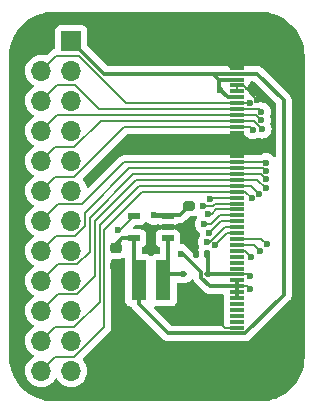
<source format=gbr>
%TF.GenerationSoftware,KiCad,Pcbnew,8.0.8*%
%TF.CreationDate,2025-04-16T08:52:23+10:00*%
%TF.ProjectId,display,64697370-6c61-4792-9e6b-696361645f70,rev?*%
%TF.SameCoordinates,Original*%
%TF.FileFunction,Copper,L1,Top*%
%TF.FilePolarity,Positive*%
%FSLAX46Y46*%
G04 Gerber Fmt 4.6, Leading zero omitted, Abs format (unit mm)*
G04 Created by KiCad (PCBNEW 8.0.8) date 2025-04-16 08:52:23*
%MOMM*%
%LPD*%
G01*
G04 APERTURE LIST*
G04 Aperture macros list*
%AMRoundRect*
0 Rectangle with rounded corners*
0 $1 Rounding radius*
0 $2 $3 $4 $5 $6 $7 $8 $9 X,Y pos of 4 corners*
0 Add a 4 corners polygon primitive as box body*
4,1,4,$2,$3,$4,$5,$6,$7,$8,$9,$2,$3,0*
0 Add four circle primitives for the rounded corners*
1,1,$1+$1,$2,$3*
1,1,$1+$1,$4,$5*
1,1,$1+$1,$6,$7*
1,1,$1+$1,$8,$9*
0 Add four rect primitives between the rounded corners*
20,1,$1+$1,$2,$3,$4,$5,0*
20,1,$1+$1,$4,$5,$6,$7,0*
20,1,$1+$1,$6,$7,$8,$9,0*
20,1,$1+$1,$8,$9,$2,$3,0*%
%AMFreePoly0*
4,1,14,0.800000,-1.200000,-0.787300,-1.200000,-0.791020,-1.208980,-0.800000,-1.212700,-1.600000,-1.212700,-1.608980,-1.208980,-1.612700,-1.200000,-1.612700,0.400000,-1.608980,0.408980,-1.600000,0.412700,-0.800000,0.412700,-0.800000,1.200000,0.800000,1.200000,0.800000,-1.200000,0.800000,-1.200000,$1*%
%AMFreePoly1*
4,1,14,0.800000,0.412700,1.600000,0.412700,1.608980,0.408980,1.612700,0.400000,1.612700,-1.200000,1.608980,-1.208980,1.600000,-1.212700,0.800000,-1.212700,0.791020,-1.208980,0.787300,-1.200000,-0.800000,-1.200000,-0.800000,1.200000,0.800000,1.200000,0.800000,0.412700,0.800000,0.412700,$1*%
G04 Aperture macros list end*
%TA.AperFunction,SMDPad,CuDef*%
%ADD10R,1.300000X3.400000*%
%TD*%
%TA.AperFunction,SMDPad,CuDef*%
%ADD11R,1.054100X0.508000*%
%TD*%
%TA.AperFunction,SMDPad,CuDef*%
%ADD12R,1.200000X0.300000*%
%TD*%
%TA.AperFunction,SMDPad,CuDef*%
%ADD13FreePoly0,90.000000*%
%TD*%
%TA.AperFunction,SMDPad,CuDef*%
%ADD14FreePoly1,90.000000*%
%TD*%
%TA.AperFunction,SMDPad,CuDef*%
%ADD15RoundRect,0.140000X0.140000X0.170000X-0.140000X0.170000X-0.140000X-0.170000X0.140000X-0.170000X0*%
%TD*%
%TA.AperFunction,SMDPad,CuDef*%
%ADD16RoundRect,0.112500X0.187500X0.112500X-0.187500X0.112500X-0.187500X-0.112500X0.187500X-0.112500X0*%
%TD*%
%TA.AperFunction,SMDPad,CuDef*%
%ADD17RoundRect,0.200000X0.275000X-0.200000X0.275000X0.200000X-0.275000X0.200000X-0.275000X-0.200000X0*%
%TD*%
%TA.AperFunction,SMDPad,CuDef*%
%ADD18RoundRect,0.225000X-0.250000X0.225000X-0.250000X-0.225000X0.250000X-0.225000X0.250000X0.225000X0*%
%TD*%
%TA.AperFunction,ComponentPad*%
%ADD19R,1.700000X1.700000*%
%TD*%
%TA.AperFunction,ComponentPad*%
%ADD20O,1.700000X1.700000*%
%TD*%
%TA.AperFunction,ViaPad*%
%ADD21C,0.600000*%
%TD*%
%TA.AperFunction,Conductor*%
%ADD22C,0.200000*%
%TD*%
%TA.AperFunction,Conductor*%
%ADD23C,0.300000*%
%TD*%
G04 APERTURE END LIST*
D10*
%TO.P,L1,1,1*%
%TO.N,+3.3V*%
X63700000Y-62250000D03*
%TO.P,L1,2,2*%
%TO.N,Net-(D1-A)*%
X65800000Y-62250000D03*
%TD*%
D11*
%TO.P,U1,1,SW*%
%TO.N,Net-(D1-A)*%
X66178750Y-58700001D03*
%TO.P,U1,2,GND*%
%TO.N,GND*%
X66178750Y-57750000D03*
%TO.P,U1,3,VFB*%
%TO.N,DISP_LEDK*%
X66178750Y-56799999D03*
%TO.P,U1,4,EN*%
%TO.N,DISP_BL*%
X63321250Y-56799999D03*
%TO.P,U1,5,VIN*%
%TO.N,+3.3V*%
X63321250Y-58700001D03*
%TD*%
D12*
%TO.P,J1,1,GND*%
%TO.N,GND*%
X72000000Y-44250020D03*
%TO.P,J1,2,VCI*%
%TO.N,+3.3V*%
X72000000Y-44750020D03*
%TO.P,J1,3,IOVCC*%
X72000000Y-45250020D03*
%TO.P,J1,4,IM2*%
%TO.N,GND*%
X72000000Y-45750000D03*
%TO.P,J1,5,IM1*%
X72000000Y-46250000D03*
%TO.P,J1,6,IM0*%
%TO.N,+3.3V*%
X72000000Y-46750000D03*
%TO.P,J1,7,RESET*%
%TO.N,DISP_RES*%
X72000000Y-47250000D03*
%TO.P,J1,8,CS*%
%TO.N,DISP_CS*%
X72000000Y-47750000D03*
%TO.P,J1,9,DC*%
%TO.N,DISP_DC*%
X72000000Y-48250000D03*
%TO.P,J1,10,WR*%
%TO.N,DISP_WR*%
X72000000Y-48750000D03*
%TO.P,J1,11,RD*%
%TO.N,DISP_RD*%
X72000000Y-49250000D03*
%TO.P,J1,12,VSYNC*%
%TO.N,GND*%
X72000000Y-49750000D03*
%TO.P,J1,13,HSYNC*%
X72000000Y-50250000D03*
%TO.P,J1,14,ENABLE*%
X72000000Y-50750000D03*
%TO.P,J1,15,DOTCLK*%
X72000000Y-51250000D03*
%TO.P,J1,16,SDA*%
X72000000Y-51750000D03*
%TO.P,J1,17,DB0*%
%TO.N,DISP_DB0*%
X72000000Y-52250000D03*
%TO.P,J1,18,DB1*%
%TO.N,DISP_DB1*%
X72000000Y-52750000D03*
%TO.P,J1,19,DB2*%
%TO.N,DISP_DB2*%
X72000000Y-53250000D03*
%TO.P,J1,20,DB3*%
%TO.N,DISP_DB3*%
X72000000Y-53750000D03*
%TO.P,J1,21,DB4*%
%TO.N,DISP_DB4*%
X72000000Y-54250000D03*
%TO.P,J1,22,DB5*%
%TO.N,DISP_DB5*%
X72000000Y-54749998D03*
%TO.P,J1,23,DB6*%
%TO.N,DISP_DB6*%
X72000000Y-55249998D03*
%TO.P,J1,24,DB7*%
%TO.N,DISP_DB7*%
X72000000Y-55749998D03*
%TO.P,J1,25,DB8*%
%TO.N,DISP_DB8*%
X72000000Y-56249998D03*
%TO.P,J1,26,DB9*%
%TO.N,DISP_DB9*%
X72000000Y-56750000D03*
%TO.P,J1,27,DB10*%
%TO.N,DISP_DB10*%
X72000000Y-57250000D03*
%TO.P,J1,28,DB11*%
%TO.N,DISP_DB11*%
X72000000Y-57750000D03*
%TO.P,J1,29,DB12*%
%TO.N,DISP_DB12*%
X72000000Y-58250000D03*
%TO.P,J1,30,DB13*%
%TO.N,DISP_DB13*%
X72000000Y-58750000D03*
%TO.P,J1,31,DB14*%
%TO.N,DISP_DB14*%
X72000000Y-59250000D03*
%TO.P,J1,32,DB15*%
%TO.N,DISP_DB15*%
X72000000Y-59750000D03*
%TO.P,J1,33,DB16*%
%TO.N,unconnected-(J1-DB16-Pad33)*%
X72000000Y-60250000D03*
%TO.P,J1,34,DB17*%
%TO.N,unconnected-(J1-DB17-Pad34)*%
X72000000Y-60750000D03*
%TO.P,J1,35,SDO*%
%TO.N,unconnected-(J1-SDO-Pad35)*%
X72000000Y-61250000D03*
%TO.P,J1,36,LEDA*%
%TO.N,DISP_LEDA*%
X72000000Y-61750000D03*
%TO.P,J1,37,LEDK1*%
%TO.N,DISP_LEDK*%
X72000000Y-62250000D03*
%TO.P,J1,38,LEDK2*%
X72000000Y-62750000D03*
%TO.P,J1,39,LEDK3*%
X72000000Y-63250000D03*
%TO.P,J1,40,LEDK4*%
X72000000Y-63750000D03*
%TO.P,J1,41,XR(NC)*%
%TO.N,unconnected-(J1-XR(NC)-Pad41)*%
X72000000Y-64250000D03*
%TO.P,J1,42,YU(NC)*%
%TO.N,unconnected-(J1-YU(NC)-Pad42)*%
X72000000Y-64750000D03*
%TO.P,J1,43,XL(NC)*%
%TO.N,unconnected-(J1-XL(NC)-Pad43)*%
X72000000Y-65250000D03*
%TO.P,J1,44,YD(NC)*%
%TO.N,unconnected-(J1-YD(NC)-Pad44)*%
X72000000Y-65750020D03*
%TO.P,J1,45,GND*%
%TO.N,GND*%
X72000000Y-66250020D03*
D13*
%TO.P,J1,P1*%
X74699590Y-67950020D03*
D14*
%TO.P,J1,P2*%
X74697990Y-42550020D03*
%TD*%
D15*
%TO.P,C2,1*%
%TO.N,DISP_LEDA*%
X69480000Y-60000000D03*
%TO.P,C2,2*%
%TO.N,GND*%
X68520000Y-60000000D03*
%TD*%
D16*
%TO.P,D1,1,K*%
%TO.N,DISP_LEDA*%
X69550000Y-61750000D03*
%TO.P,D1,2,A*%
%TO.N,Net-(D1-A)*%
X67450000Y-61750000D03*
%TD*%
D17*
%TO.P,R1,1*%
%TO.N,GND*%
X68000000Y-57575000D03*
%TO.P,R1,2*%
%TO.N,DISP_LEDK*%
X68000000Y-55925000D03*
%TD*%
D18*
%TO.P,C1,1*%
%TO.N,+3.3V*%
X61750000Y-59475000D03*
%TO.P,C1,2*%
%TO.N,GND*%
X61750000Y-61025000D03*
%TD*%
D19*
%TO.P,J3,1,Pin_1*%
%TO.N,+3.3V*%
X58000000Y-41970000D03*
D20*
%TO.P,J3,2,Pin_2*%
%TO.N,GND*%
X55460000Y-41970000D03*
%TO.P,J3,3,Pin_3*%
%TO.N,DISP_DB6*%
X58000000Y-44510000D03*
%TO.P,J3,4,Pin_4*%
%TO.N,DISP_RES*%
X55460000Y-44510000D03*
%TO.P,J3,5,Pin_5*%
%TO.N,DISP_DB7*%
X58000000Y-47050000D03*
%TO.P,J3,6,Pin_6*%
%TO.N,DISP_CS*%
X55460000Y-47050000D03*
%TO.P,J3,7,Pin_7*%
%TO.N,DISP_DB8*%
X58000000Y-49590000D03*
%TO.P,J3,8,Pin_8*%
%TO.N,DISP_DC*%
X55460000Y-49590000D03*
%TO.P,J3,9,Pin_9*%
%TO.N,DISP_DB9*%
X58000000Y-52130000D03*
%TO.P,J3,10,Pin_10*%
%TO.N,DISP_WR*%
X55460000Y-52130000D03*
%TO.P,J3,11,Pin_11*%
%TO.N,DISP_DB10*%
X58000000Y-54670000D03*
%TO.P,J3,12,Pin_12*%
%TO.N,DISP_RD*%
X55460000Y-54670000D03*
%TO.P,J3,13,Pin_13*%
%TO.N,DISP_DB11*%
X58000000Y-57210000D03*
%TO.P,J3,14,Pin_14*%
%TO.N,DISP_DB0*%
X55460000Y-57210000D03*
%TO.P,J3,15,Pin_15*%
%TO.N,DISP_DB12*%
X58000000Y-59750000D03*
%TO.P,J3,16,Pin_16*%
%TO.N,DISP_DB1*%
X55460000Y-59750000D03*
%TO.P,J3,17,Pin_17*%
%TO.N,DISP_DB13*%
X58000000Y-62290000D03*
%TO.P,J3,18,Pin_18*%
%TO.N,DISP_DB2*%
X55460000Y-62290000D03*
%TO.P,J3,19,Pin_19*%
%TO.N,DISP_DB14*%
X58000000Y-64830000D03*
%TO.P,J3,20,Pin_20*%
%TO.N,DISP_DB3*%
X55460000Y-64830000D03*
%TO.P,J3,21,Pin_21*%
%TO.N,DISP_DB15*%
X58000000Y-67370000D03*
%TO.P,J3,22,Pin_22*%
%TO.N,DISP_DB4*%
X55460000Y-67370000D03*
%TO.P,J3,23,Pin_23*%
%TO.N,DISP_BL*%
X58000000Y-69910000D03*
%TO.P,J3,24,Pin_24*%
%TO.N,DISP_DB5*%
X55460000Y-69910000D03*
%TD*%
D21*
%TO.N,GND*%
X70500000Y-43250000D03*
X64750000Y-59000000D03*
X68750000Y-50750000D03*
X73750000Y-47000000D03*
X70250000Y-65500000D03*
X62000000Y-62250000D03*
%TO.N,+3.3V*%
X70600010Y-46099990D03*
%TO.N,DISP_LEDA*%
X73100000Y-61900000D03*
%TO.N,DISP_LEDK*%
X73100000Y-63000000D03*
X67250000Y-60000000D03*
X65000000Y-56750000D03*
%TO.N,DISP_RES*%
X73096164Y-47250000D03*
%TO.N,DISP_DB3*%
X74446610Y-54462712D03*
%TO.N,DISP_DB10*%
X69673020Y-58218931D03*
%TO.N,DISP_WR*%
X74150000Y-49450000D03*
%TO.N,DISP_DB2*%
X74500000Y-53700000D03*
%TO.N,DISP_DB12*%
X70164277Y-59292831D03*
%TO.N,DISP_DB9*%
X69250000Y-57500000D03*
%TO.N,DISP_CS*%
X74107108Y-47992892D03*
%TO.N,DISP_DB4*%
X73900000Y-54900000D03*
%TO.N,DISP_DB5*%
X73300000Y-55300000D03*
%TO.N,DISP_DB6*%
X69750000Y-55349978D03*
%TO.N,DISP_DB11*%
X69500000Y-59000000D03*
%TO.N,DISP_DB14*%
X73950184Y-59750000D03*
%TO.N,DISP_DB8*%
X69549060Y-56628540D03*
%TO.N,DISP_DB1*%
X74503554Y-52996446D03*
%TO.N,DISP_DB15*%
X73250000Y-60250000D03*
%TO.N,DISP_DB7*%
X69125317Y-55949978D03*
%TO.N,DISP_DC*%
X74103554Y-48696446D03*
%TO.N,DISP_RD*%
X73400000Y-49500000D03*
%TO.N,DISP_DB0*%
X74499383Y-52296456D03*
%TO.N,DISP_DB13*%
X74542048Y-59211762D03*
%TO.N,DISP_BL*%
X62000000Y-58000000D03*
%TD*%
D22*
%TO.N,GND*%
X72000000Y-44250000D02*
X71500000Y-44250000D01*
X72499980Y-45749980D02*
X73750000Y-47000000D01*
X72000000Y-45749980D02*
X72499980Y-45749980D01*
X72000000Y-66250000D02*
X71000000Y-66250000D01*
X72000000Y-51749980D02*
X72000000Y-49749980D01*
X72000000Y-45749980D02*
X72000000Y-46249980D01*
X71000000Y-66250000D02*
X70250000Y-65500000D01*
X71500000Y-44250000D02*
X70500000Y-43250000D01*
D23*
%TO.N,+3.3V*%
X71250000Y-46749980D02*
X70600010Y-46099990D01*
X76000000Y-63500000D02*
X76000000Y-47000000D01*
X66200000Y-66750000D02*
X72750000Y-66750000D01*
X70499980Y-45249980D02*
X72002010Y-45249980D01*
X72750000Y-66750000D02*
X76000000Y-63500000D01*
X73749980Y-44750020D02*
X72000000Y-44750020D01*
X69750000Y-44750000D02*
X70000000Y-44750000D01*
X76000000Y-47000000D02*
X73750000Y-44750000D01*
X63321250Y-58700001D02*
X63321250Y-61871250D01*
X63321250Y-58700001D02*
X62274999Y-58700001D01*
X72002010Y-44750000D02*
X69750000Y-44750000D01*
X70000000Y-44750000D02*
X70499980Y-45249980D01*
X63700000Y-64250000D02*
X66200000Y-66750000D01*
X62274999Y-58700001D02*
X61500000Y-59475000D01*
X60780000Y-44750000D02*
X58000000Y-41970000D01*
X63321250Y-61871250D02*
X63700000Y-62250000D01*
X73750000Y-44750000D02*
X73749980Y-44750020D01*
X69750000Y-44750000D02*
X60780000Y-44750000D01*
X63700000Y-62250000D02*
X63700000Y-64250000D01*
X70600010Y-46099990D02*
X70499980Y-45999960D01*
X70499980Y-45999960D02*
X70499980Y-45249980D01*
X72002010Y-46749980D02*
X71250000Y-46749980D01*
D22*
%TO.N,DISP_LEDA*%
X72000000Y-61750000D02*
X72950000Y-61750000D01*
D23*
X69550000Y-61750000D02*
X72001990Y-61750000D01*
D22*
X72950000Y-61750000D02*
X73100000Y-61900000D01*
D23*
X69550000Y-61750000D02*
X69550000Y-60070000D01*
X69550000Y-60070000D02*
X69480000Y-60000000D01*
%TO.N,DISP_LEDK*%
X67250000Y-60000000D02*
X67421404Y-60000000D01*
X65000000Y-56750000D02*
X65049999Y-56799999D01*
X67421404Y-60000000D02*
X69000000Y-61578596D01*
D22*
X72850000Y-62750000D02*
X73100000Y-63000000D01*
D23*
X67175000Y-56750000D02*
X68000000Y-55925000D01*
X65049999Y-56799999D02*
X66178750Y-56799999D01*
X69734210Y-62749980D02*
X72002010Y-62749980D01*
X69000000Y-61578596D02*
X69000000Y-62015770D01*
X72002010Y-63749980D02*
X72002010Y-62250000D01*
X65000000Y-56750000D02*
X67175000Y-56750000D01*
X69000000Y-62015770D02*
X69734210Y-62749980D01*
D22*
X72000000Y-62750000D02*
X72850000Y-62750000D01*
%TO.N,DISP_RES*%
X56720000Y-43250000D02*
X55460000Y-44510000D01*
X72000000Y-47250000D02*
X73096164Y-47250000D01*
X72002010Y-47249980D02*
X62643584Y-47249980D01*
X58643604Y-43250000D02*
X56720000Y-43250000D01*
X62643584Y-47249980D02*
X58643604Y-43250000D01*
%TO.N,DISP_DB3*%
X55460000Y-64830000D02*
X56850000Y-63440000D01*
X56850000Y-63440000D02*
X58476346Y-63440000D01*
X72000000Y-53750000D02*
X73733898Y-53750000D01*
X58476346Y-63440000D02*
X60000000Y-61916346D01*
X60000000Y-61916346D02*
X60000000Y-57250000D01*
X73733898Y-53750000D02*
X74446610Y-54462712D01*
X60000000Y-57250000D02*
X63500020Y-53749980D01*
X63500020Y-53749980D02*
X72002010Y-53749980D01*
%TO.N,DISP_DB10*%
X70641971Y-57249980D02*
X72002010Y-57249980D01*
X69673020Y-58218931D02*
X70641971Y-57249980D01*
%TO.N,DISP_WR*%
X56610000Y-50980000D02*
X55460000Y-52130000D01*
X72002010Y-48749980D02*
X60500020Y-48749980D01*
X74150000Y-49450000D02*
X73450000Y-48750000D01*
X73450000Y-48750000D02*
X72000000Y-48750000D01*
X58270000Y-50980000D02*
X56610000Y-50980000D01*
X60500020Y-48749980D02*
X58270000Y-50980000D01*
%TO.N,DISP_DB2*%
X59550000Y-56950000D02*
X63250020Y-53249980D01*
X59550000Y-59826346D02*
X59550000Y-56950000D01*
X56850000Y-60900000D02*
X58476346Y-60900000D01*
X63250020Y-53249980D02*
X72002010Y-53249980D01*
X74050000Y-53250000D02*
X74500000Y-53700000D01*
X58476346Y-60900000D02*
X59550000Y-59826346D01*
X72000000Y-53250000D02*
X74050000Y-53250000D01*
X55460000Y-62290000D02*
X56850000Y-60900000D01*
%TO.N,DISP_DB12*%
X70164277Y-59292831D02*
X70164277Y-59235703D01*
X70164277Y-59235703D02*
X71150000Y-58249980D01*
X71150000Y-58249980D02*
X72002010Y-58249980D01*
%TO.N,DISP_DB9*%
X70576285Y-56749980D02*
X72000000Y-56749980D01*
X69826265Y-57500000D02*
X70576285Y-56749980D01*
X69250000Y-57500000D02*
X69826265Y-57500000D01*
%TO.N,DISP_CS*%
X73864216Y-47750000D02*
X72000000Y-47750000D01*
X60326326Y-47749980D02*
X58326346Y-45750000D01*
X72002010Y-47749980D02*
X60326326Y-47749980D01*
X56760000Y-45750000D02*
X55460000Y-47050000D01*
X58326346Y-45750000D02*
X56760000Y-45750000D01*
X74107108Y-47992892D02*
X73864216Y-47750000D01*
%TO.N,DISP_DB4*%
X72000000Y-54250000D02*
X73250000Y-54250000D01*
X73250000Y-54250000D02*
X73900000Y-54900000D01*
X60400000Y-57600000D02*
X63750020Y-54249980D01*
X55460000Y-67370000D02*
X56610000Y-66220000D01*
X60400000Y-64056346D02*
X60400000Y-57600000D01*
X56610000Y-66220000D02*
X58236346Y-66220000D01*
X58236346Y-66220000D02*
X60400000Y-64056346D01*
X63750020Y-54249980D02*
X72002010Y-54249980D01*
%TO.N,DISP_DB5*%
X55460000Y-69910000D02*
X56610000Y-68760000D01*
X58240000Y-68760000D02*
X60800000Y-66200000D01*
X64000022Y-54749978D02*
X72002010Y-54749978D01*
X60800000Y-57950000D02*
X64000022Y-54749978D01*
X60800000Y-66200000D02*
X60800000Y-57950000D01*
X72749998Y-54749998D02*
X73300000Y-55300000D01*
X56610000Y-68760000D02*
X58240000Y-68760000D01*
X72000000Y-54749998D02*
X72749998Y-54749998D01*
%TO.N,DISP_DB6*%
X69850000Y-55249978D02*
X72002010Y-55249978D01*
X69750000Y-55349978D02*
X69850000Y-55249978D01*
%TO.N,DISP_DB11*%
X71000020Y-57749980D02*
X72002010Y-57749980D01*
X69750000Y-59000000D02*
X71000020Y-57749980D01*
X69500000Y-59000000D02*
X69750000Y-59000000D01*
%TO.N,DISP_DB14*%
X73950184Y-59750000D02*
X73450164Y-59249980D01*
X73450164Y-59249980D02*
X72002010Y-59249980D01*
%TO.N,DISP_DB8*%
X69885653Y-56628540D02*
X70264215Y-56249978D01*
X69549060Y-56628540D02*
X69885653Y-56628540D01*
X70264215Y-56249978D02*
X72002010Y-56249978D01*
%TO.N,DISP_DB1*%
X59150000Y-56518173D02*
X59150000Y-57686346D01*
X62918193Y-52749980D02*
X59150000Y-56518173D01*
X59150000Y-57686346D02*
X58336346Y-58500000D01*
X72002010Y-52749980D02*
X62918193Y-52749980D01*
X72000000Y-52750000D02*
X74257108Y-52750000D01*
X56710000Y-58500000D02*
X55460000Y-59750000D01*
X58336346Y-58500000D02*
X56710000Y-58500000D01*
X74257108Y-52750000D02*
X74503554Y-52996446D01*
%TO.N,DISP_DB15*%
X72749980Y-59749980D02*
X72002010Y-59749980D01*
X73250000Y-60250000D02*
X72749980Y-59749980D01*
%TO.N,DISP_DB7*%
X69125317Y-55949978D02*
X69998529Y-55949978D01*
X69998529Y-55949978D02*
X70198529Y-55749978D01*
X70198529Y-55749978D02*
X72002010Y-55749978D01*
%TO.N,DISP_DC*%
X56800020Y-48249980D02*
X55460000Y-49590000D01*
X73657108Y-48250000D02*
X72000000Y-48250000D01*
X74103554Y-48696446D02*
X73657108Y-48250000D01*
X72002010Y-48249980D02*
X56800020Y-48249980D01*
%TO.N,DISP_RD*%
X73400000Y-49500000D02*
X73150000Y-49250000D01*
X58256346Y-53500000D02*
X56630000Y-53500000D01*
X72002010Y-49249980D02*
X62506366Y-49249980D01*
X56630000Y-53500000D02*
X55460000Y-54670000D01*
X73150000Y-49250000D02*
X72000000Y-49250000D01*
X62506366Y-49249980D02*
X58256346Y-53500000D01*
%TO.N,DISP_DB0*%
X72000000Y-52250000D02*
X74452927Y-52250000D01*
X56850000Y-55820000D02*
X58930000Y-55820000D01*
X62500020Y-52249980D02*
X72002010Y-52249980D01*
X74452927Y-52250000D02*
X74499383Y-52296456D01*
X55460000Y-57210000D02*
X56850000Y-55820000D01*
X58930000Y-55820000D02*
X62500020Y-52249980D01*
%TO.N,DISP_DB13*%
X74080266Y-58749980D02*
X72002010Y-58749980D01*
X74542048Y-59211762D02*
X74080266Y-58749980D01*
%TO.N,DISP_BL*%
X62121249Y-58000000D02*
X63321250Y-56799999D01*
X62000000Y-58000000D02*
X62121249Y-58000000D01*
D23*
%TO.N,Net-(D1-A)*%
X66300000Y-61750000D02*
X65800000Y-62250000D01*
X66178750Y-58700001D02*
X66178750Y-61871250D01*
X66178750Y-61871250D02*
X65800000Y-62250000D01*
X67450000Y-61750000D02*
X66300000Y-61750000D01*
%TD*%
%TA.AperFunction,Conductor*%
%TO.N,GND*%
G36*
X68338790Y-62159165D02*
G01*
X68375684Y-62208376D01*
X68423533Y-62323895D01*
X68441454Y-62350715D01*
X68494132Y-62429555D01*
X68494726Y-62430443D01*
X69319538Y-63255255D01*
X69319541Y-63255257D01*
X69372287Y-63290500D01*
X69426083Y-63326445D01*
X69544466Y-63375481D01*
X69544470Y-63375481D01*
X69544471Y-63375482D01*
X69670138Y-63400480D01*
X69670141Y-63400480D01*
X69798279Y-63400480D01*
X70777757Y-63400480D01*
X70844796Y-63420165D01*
X70890551Y-63472969D01*
X70901047Y-63537732D01*
X70899500Y-63552120D01*
X70899500Y-63947869D01*
X70899501Y-63947878D01*
X70903679Y-63986745D01*
X70903679Y-64013250D01*
X70899500Y-64052122D01*
X70899500Y-64447869D01*
X70899501Y-64447878D01*
X70903679Y-64486745D01*
X70903679Y-64513250D01*
X70899500Y-64552122D01*
X70899500Y-64947869D01*
X70899501Y-64947878D01*
X70903679Y-64986745D01*
X70903679Y-65013250D01*
X70899500Y-65052122D01*
X70899500Y-65447869D01*
X70899501Y-65447880D01*
X70903680Y-65486756D01*
X70903680Y-65513260D01*
X70899500Y-65552142D01*
X70899500Y-65947890D01*
X70899501Y-65947894D01*
X70901044Y-65962246D01*
X70888637Y-66031006D01*
X70841026Y-66082143D01*
X70777754Y-66099500D01*
X66520808Y-66099500D01*
X66453769Y-66079815D01*
X66433127Y-66063181D01*
X65032126Y-64662180D01*
X64998641Y-64600857D01*
X65003625Y-64531165D01*
X65045497Y-64475232D01*
X65110961Y-64450815D01*
X65119779Y-64450499D01*
X66497872Y-64450499D01*
X66557483Y-64444091D01*
X66692331Y-64393796D01*
X66807546Y-64307546D01*
X66893796Y-64192331D01*
X66944091Y-64057483D01*
X66950500Y-63997873D01*
X66950500Y-62575354D01*
X66970185Y-62508315D01*
X67022989Y-62462560D01*
X67092147Y-62452616D01*
X67109094Y-62456277D01*
X67165844Y-62472765D01*
X67200595Y-62475500D01*
X67699404Y-62475499D01*
X67734156Y-62472765D01*
X67882887Y-62429555D01*
X68016198Y-62350715D01*
X68125715Y-62241198D01*
X68154391Y-62192708D01*
X68205458Y-62145025D01*
X68274200Y-62132520D01*
X68338790Y-62159165D01*
G37*
%TD.AperFunction*%
%TA.AperFunction,Conductor*%
G36*
X68627327Y-56824858D02*
G01*
X68657395Y-56887927D01*
X68648593Y-56957240D01*
X68622652Y-56995269D01*
X68620187Y-56997733D01*
X68620184Y-56997737D01*
X68524211Y-57150476D01*
X68464631Y-57320745D01*
X68464630Y-57320750D01*
X68444435Y-57499996D01*
X68444435Y-57500003D01*
X68464630Y-57679249D01*
X68464631Y-57679254D01*
X68524211Y-57849523D01*
X68584519Y-57945502D01*
X68620184Y-58002262D01*
X68747738Y-58129816D01*
X68815207Y-58172210D01*
X68861498Y-58224543D01*
X68872455Y-58263319D01*
X68887650Y-58398182D01*
X68888234Y-58400736D01*
X68888130Y-58402434D01*
X68888431Y-58405105D01*
X68887963Y-58405157D01*
X68883965Y-58470475D01*
X68872339Y-58494308D01*
X68774211Y-58650476D01*
X68714631Y-58820745D01*
X68714630Y-58820750D01*
X68694435Y-58999996D01*
X68694435Y-59000003D01*
X68714630Y-59179249D01*
X68714631Y-59179254D01*
X68774212Y-59349525D01*
X68788497Y-59372260D01*
X68807497Y-59439497D01*
X68790236Y-59501351D01*
X68747504Y-59573608D01*
X68747504Y-59573609D01*
X68702357Y-59729002D01*
X68702356Y-59729008D01*
X68699500Y-59765302D01*
X68699500Y-60058788D01*
X68679815Y-60125827D01*
X68627011Y-60171582D01*
X68557853Y-60181526D01*
X68494297Y-60152501D01*
X68487819Y-60146469D01*
X67958552Y-59617202D01*
X67941239Y-59595493D01*
X67879816Y-59497738D01*
X67752262Y-59370184D01*
X67599523Y-59274211D01*
X67429254Y-59214631D01*
X67429250Y-59214630D01*
X67308960Y-59201077D01*
X67244546Y-59174010D01*
X67204991Y-59116415D01*
X67199555Y-59064600D01*
X67199889Y-59061487D01*
X67199891Y-59061484D01*
X67206300Y-59001874D01*
X67206299Y-58398129D01*
X67199891Y-58338518D01*
X67174134Y-58269461D01*
X67149597Y-58203672D01*
X67149593Y-58203665D01*
X67063347Y-58088456D01*
X67063344Y-58088453D01*
X66948135Y-58002207D01*
X66948128Y-58002203D01*
X66813282Y-57951909D01*
X66813283Y-57951909D01*
X66753683Y-57945502D01*
X66753681Y-57945501D01*
X66753673Y-57945501D01*
X66753664Y-57945501D01*
X65603829Y-57945501D01*
X65603823Y-57945502D01*
X65544216Y-57951909D01*
X65409371Y-58002203D01*
X65409364Y-58002207D01*
X65294155Y-58088453D01*
X65294152Y-58088456D01*
X65207906Y-58203665D01*
X65207902Y-58203672D01*
X65157610Y-58338514D01*
X65157609Y-58338518D01*
X65151200Y-58398128D01*
X65151200Y-58398135D01*
X65151200Y-58398136D01*
X65151200Y-59001871D01*
X65151201Y-59001877D01*
X65157608Y-59061484D01*
X65207902Y-59196329D01*
X65207906Y-59196336D01*
X65294152Y-59311545D01*
X65294155Y-59311548D01*
X65409366Y-59397795D01*
X65409367Y-59397795D01*
X65409369Y-59397797D01*
X65447583Y-59412049D01*
X65503515Y-59453918D01*
X65527934Y-59519382D01*
X65528250Y-59528231D01*
X65528250Y-59925500D01*
X65508565Y-59992539D01*
X65455761Y-60038294D01*
X65404250Y-60049500D01*
X65102130Y-60049500D01*
X65102123Y-60049501D01*
X65042516Y-60055908D01*
X64907671Y-60106202D01*
X64907669Y-60106203D01*
X64824311Y-60168606D01*
X64758847Y-60193023D01*
X64690574Y-60178172D01*
X64675689Y-60168606D01*
X64592330Y-60106203D01*
X64592328Y-60106202D01*
X64457482Y-60055908D01*
X64457483Y-60055908D01*
X64397883Y-60049501D01*
X64397881Y-60049500D01*
X64397873Y-60049500D01*
X64397865Y-60049500D01*
X64095750Y-60049500D01*
X64028711Y-60029815D01*
X63982956Y-59977011D01*
X63971750Y-59925500D01*
X63971750Y-59528231D01*
X63991435Y-59461192D01*
X64044239Y-59415437D01*
X64052396Y-59412057D01*
X64090631Y-59397797D01*
X64205846Y-59311547D01*
X64292096Y-59196332D01*
X64342391Y-59061484D01*
X64348800Y-59001874D01*
X64348799Y-58398129D01*
X64342391Y-58338518D01*
X64316634Y-58269461D01*
X64292097Y-58203672D01*
X64292093Y-58203665D01*
X64205847Y-58088456D01*
X64205844Y-58088453D01*
X64090635Y-58002207D01*
X64090628Y-58002203D01*
X63955782Y-57951909D01*
X63955783Y-57951909D01*
X63896183Y-57945502D01*
X63896181Y-57945501D01*
X63896173Y-57945501D01*
X63896165Y-57945501D01*
X63324345Y-57945501D01*
X63257306Y-57925816D01*
X63211551Y-57873012D01*
X63201607Y-57803854D01*
X63230632Y-57740298D01*
X63236664Y-57733820D01*
X63379667Y-57590817D01*
X63440990Y-57557332D01*
X63467348Y-57554498D01*
X63896171Y-57554498D01*
X63896172Y-57554498D01*
X63955783Y-57548090D01*
X64090631Y-57497795D01*
X64205846Y-57411545D01*
X64258635Y-57341026D01*
X64314567Y-57299158D01*
X64384258Y-57294174D01*
X64445581Y-57327659D01*
X64497738Y-57379816D01*
X64548238Y-57411547D01*
X64633921Y-57465386D01*
X64650478Y-57475789D01*
X64719678Y-57500003D01*
X64820745Y-57535368D01*
X64820750Y-57535369D01*
X64999996Y-57555565D01*
X65000000Y-57555565D01*
X65000004Y-57555565D01*
X65179249Y-57535369D01*
X65179251Y-57535368D01*
X65179255Y-57535368D01*
X65179258Y-57535366D01*
X65179262Y-57535366D01*
X65309418Y-57489822D01*
X65379196Y-57486259D01*
X65403367Y-57495557D01*
X65544217Y-57548090D01*
X65544216Y-57548090D01*
X65551144Y-57548834D01*
X65603827Y-57554499D01*
X66753672Y-57554498D01*
X66813283Y-57548090D01*
X66948131Y-57497795D01*
X67045061Y-57425232D01*
X67110525Y-57400816D01*
X67119372Y-57400500D01*
X67239071Y-57400500D01*
X67323615Y-57383682D01*
X67364744Y-57375501D01*
X67483127Y-57326465D01*
X67508432Y-57309557D01*
X67523996Y-57299158D01*
X67535511Y-57291463D01*
X67589669Y-57255277D01*
X67983127Y-56861819D01*
X68044450Y-56828334D01*
X68070808Y-56825500D01*
X68331613Y-56825500D01*
X68331616Y-56825500D01*
X68402196Y-56819086D01*
X68498076Y-56789208D01*
X68567935Y-56788057D01*
X68627327Y-56824858D01*
G37*
%TD.AperFunction*%
%TA.AperFunction,Conductor*%
G36*
X73496251Y-45420205D02*
G01*
X73516893Y-45436839D01*
X75313181Y-47233127D01*
X75346666Y-47294450D01*
X75349500Y-47320808D01*
X75349500Y-51716071D01*
X75329815Y-51783110D01*
X75277011Y-51828865D01*
X75207853Y-51838809D01*
X75144297Y-51809784D01*
X75132474Y-51797469D01*
X75001645Y-51666640D01*
X74848906Y-51570667D01*
X74678637Y-51511087D01*
X74678632Y-51511086D01*
X74499387Y-51490891D01*
X74499379Y-51490891D01*
X74320133Y-51511086D01*
X74320128Y-51511087D01*
X74149859Y-51570667D01*
X74054647Y-51630494D01*
X73988675Y-51649500D01*
X72846729Y-51649500D01*
X72803396Y-51641682D01*
X72707482Y-51605908D01*
X72707483Y-51605908D01*
X72647883Y-51599501D01*
X72647881Y-51599500D01*
X72647873Y-51599500D01*
X72647864Y-51599500D01*
X71352129Y-51599500D01*
X71352123Y-51599501D01*
X71292516Y-51605908D01*
X71196658Y-51641662D01*
X71153325Y-51649480D01*
X62586690Y-51649480D01*
X62586674Y-51649479D01*
X62579078Y-51649479D01*
X62420963Y-51649479D01*
X62356919Y-51666640D01*
X62268234Y-51690403D01*
X62268229Y-51690406D01*
X62131310Y-51769455D01*
X62131302Y-51769461D01*
X59514638Y-54386125D01*
X59453315Y-54419610D01*
X59383623Y-54414626D01*
X59327690Y-54372754D01*
X59307182Y-54330537D01*
X59273905Y-54206344D01*
X59273904Y-54206343D01*
X59273903Y-54206337D01*
X59174035Y-53992171D01*
X59038495Y-53798599D01*
X59038494Y-53798597D01*
X59010419Y-53770522D01*
X58976934Y-53709199D01*
X58981918Y-53639507D01*
X59010417Y-53595162D01*
X62718782Y-49886799D01*
X62780105Y-49853314D01*
X62806463Y-49850480D01*
X71153218Y-49850480D01*
X71196551Y-49858298D01*
X71292517Y-49894091D01*
X71292516Y-49894091D01*
X71299444Y-49894835D01*
X71352127Y-49900500D01*
X72637709Y-49900499D01*
X72704748Y-49920184D01*
X72742703Y-49958527D01*
X72770184Y-50002262D01*
X72897738Y-50129816D01*
X73050478Y-50225789D01*
X73170636Y-50267834D01*
X73220745Y-50285368D01*
X73220750Y-50285369D01*
X73399996Y-50305565D01*
X73400000Y-50305565D01*
X73400004Y-50305565D01*
X73579249Y-50285369D01*
X73579252Y-50285368D01*
X73579255Y-50285368D01*
X73749522Y-50225789D01*
X73768295Y-50213992D01*
X73835530Y-50194991D01*
X73875223Y-50201944D01*
X73970737Y-50235366D01*
X73970743Y-50235367D01*
X73970745Y-50235368D01*
X73970746Y-50235368D01*
X73970750Y-50235369D01*
X74149996Y-50255565D01*
X74150000Y-50255565D01*
X74150004Y-50255565D01*
X74329249Y-50235369D01*
X74329252Y-50235368D01*
X74329255Y-50235368D01*
X74499522Y-50175789D01*
X74652262Y-50079816D01*
X74779816Y-49952262D01*
X74875789Y-49799522D01*
X74935368Y-49629255D01*
X74942928Y-49562161D01*
X74955565Y-49450003D01*
X74955565Y-49449996D01*
X74935369Y-49270750D01*
X74935366Y-49270737D01*
X74875790Y-49100480D01*
X74875789Y-49100478D01*
X74865474Y-49084062D01*
X74846474Y-49016828D01*
X74853425Y-48977143D01*
X74888922Y-48875701D01*
X74909119Y-48696446D01*
X74888922Y-48517191D01*
X74844660Y-48390700D01*
X74841098Y-48320926D01*
X74844661Y-48308794D01*
X74892474Y-48172154D01*
X74892477Y-48172141D01*
X74912673Y-47992895D01*
X74912673Y-47992888D01*
X74892477Y-47813642D01*
X74892476Y-47813637D01*
X74832896Y-47643368D01*
X74751397Y-47513664D01*
X74736924Y-47490630D01*
X74609370Y-47363076D01*
X74542101Y-47320808D01*
X74456631Y-47267103D01*
X74286362Y-47207523D01*
X74286357Y-47207522D01*
X74107113Y-47187327D01*
X74100773Y-47187327D01*
X74068680Y-47183102D01*
X74021339Y-47170416D01*
X73968827Y-47156346D01*
X73909166Y-47119980D01*
X73886473Y-47076393D01*
X73883832Y-47077318D01*
X73835012Y-46937799D01*
X73821953Y-46900478D01*
X73725980Y-46747738D01*
X73598426Y-46620184D01*
X73587249Y-46613161D01*
X73445687Y-46524211D01*
X73275418Y-46464631D01*
X73275414Y-46464630D01*
X73150962Y-46450608D01*
X73086548Y-46423541D01*
X73048663Y-46370719D01*
X73043796Y-46357669D01*
X73043793Y-46357664D01*
X72957547Y-46242455D01*
X72957544Y-46242452D01*
X72842335Y-46156206D01*
X72842328Y-46156202D01*
X72735053Y-46116192D01*
X72679120Y-46074321D01*
X72654702Y-46008857D01*
X72669553Y-45940584D01*
X72718958Y-45891178D01*
X72735053Y-45883828D01*
X72842328Y-45843817D01*
X72842327Y-45843817D01*
X72842331Y-45843816D01*
X72957546Y-45757566D01*
X73043796Y-45642351D01*
X73094091Y-45507503D01*
X73094091Y-45507501D01*
X73095874Y-45499958D01*
X73098146Y-45500494D01*
X73120429Y-45446708D01*
X73177823Y-45406863D01*
X73216976Y-45400520D01*
X73429212Y-45400520D01*
X73496251Y-45420205D01*
G37*
%TD.AperFunction*%
%TA.AperFunction,Conductor*%
G36*
X74003032Y-39500648D02*
G01*
X74361433Y-39518256D01*
X74373541Y-39519448D01*
X74725475Y-39571653D01*
X74737389Y-39574023D01*
X75082520Y-39660473D01*
X75094147Y-39664000D01*
X75429151Y-39783867D01*
X75440363Y-39788511D01*
X75762012Y-39940639D01*
X75772720Y-39946363D01*
X76077881Y-40129270D01*
X76087999Y-40136030D01*
X76373769Y-40347971D01*
X76383175Y-40355691D01*
X76646790Y-40594618D01*
X76655381Y-40603209D01*
X76857883Y-40826635D01*
X76894308Y-40866824D01*
X76902028Y-40876230D01*
X77113969Y-41162000D01*
X77120729Y-41172118D01*
X77303629Y-41477267D01*
X77309366Y-41487999D01*
X77461485Y-41809629D01*
X77466136Y-41820858D01*
X77585994Y-42155837D01*
X77589526Y-42167481D01*
X77675973Y-42512597D01*
X77678347Y-42524532D01*
X77730550Y-42876457D01*
X77731743Y-42888567D01*
X77749351Y-43246966D01*
X77749500Y-43253051D01*
X77749500Y-68746948D01*
X77749351Y-68753033D01*
X77731743Y-69111432D01*
X77730550Y-69123542D01*
X77678347Y-69475467D01*
X77675973Y-69487402D01*
X77589526Y-69832518D01*
X77585994Y-69844162D01*
X77478207Y-70145408D01*
X77466142Y-70179127D01*
X77461485Y-70190370D01*
X77309366Y-70512000D01*
X77303629Y-70522732D01*
X77120729Y-70827881D01*
X77113969Y-70837999D01*
X76902028Y-71123769D01*
X76894308Y-71133175D01*
X76655388Y-71396783D01*
X76646783Y-71405388D01*
X76383175Y-71644308D01*
X76373769Y-71652028D01*
X76087999Y-71863969D01*
X76077881Y-71870729D01*
X75772732Y-72053629D01*
X75762000Y-72059366D01*
X75440370Y-72211485D01*
X75429134Y-72216139D01*
X75318365Y-72255773D01*
X75094162Y-72335994D01*
X75082518Y-72339526D01*
X74737402Y-72425973D01*
X74725467Y-72428347D01*
X74373542Y-72480550D01*
X74361432Y-72481743D01*
X74023927Y-72498324D01*
X74003031Y-72499351D01*
X73996949Y-72499500D01*
X56503051Y-72499500D01*
X56496968Y-72499351D01*
X56474856Y-72498264D01*
X56138567Y-72481743D01*
X56126457Y-72480550D01*
X55774532Y-72428347D01*
X55762597Y-72425973D01*
X55417481Y-72339526D01*
X55405837Y-72335994D01*
X55070858Y-72216136D01*
X55059629Y-72211485D01*
X54737999Y-72059366D01*
X54727272Y-72053631D01*
X54422118Y-71870729D01*
X54412000Y-71863969D01*
X54126230Y-71652028D01*
X54116824Y-71644308D01*
X54076635Y-71607883D01*
X53853209Y-71405381D01*
X53844618Y-71396790D01*
X53605691Y-71133175D01*
X53597971Y-71123769D01*
X53568500Y-71084032D01*
X53386028Y-70837996D01*
X53379270Y-70827881D01*
X53196363Y-70522720D01*
X53190639Y-70512012D01*
X53038511Y-70190363D01*
X53033867Y-70179151D01*
X52914000Y-69844147D01*
X52910473Y-69832518D01*
X52870913Y-69674586D01*
X52824023Y-69487389D01*
X52821652Y-69475467D01*
X52769449Y-69123542D01*
X52768256Y-69111431D01*
X52760689Y-68957411D01*
X52750649Y-68753032D01*
X52750500Y-68746948D01*
X52750500Y-44509999D01*
X54104341Y-44509999D01*
X54104341Y-44510000D01*
X54124936Y-44745403D01*
X54124938Y-44745413D01*
X54186094Y-44973655D01*
X54186096Y-44973659D01*
X54186097Y-44973663D01*
X54190000Y-44982032D01*
X54285965Y-45187830D01*
X54285967Y-45187834D01*
X54421501Y-45381395D01*
X54421506Y-45381402D01*
X54588597Y-45548493D01*
X54588603Y-45548498D01*
X54774158Y-45678425D01*
X54817783Y-45733002D01*
X54824977Y-45802500D01*
X54793454Y-45864855D01*
X54774158Y-45881575D01*
X54588597Y-46011505D01*
X54421505Y-46178597D01*
X54285965Y-46372169D01*
X54285964Y-46372171D01*
X54186098Y-46586335D01*
X54186094Y-46586344D01*
X54124938Y-46814586D01*
X54124936Y-46814596D01*
X54104341Y-47049999D01*
X54104341Y-47050000D01*
X54124936Y-47285403D01*
X54124938Y-47285413D01*
X54186094Y-47513655D01*
X54186096Y-47513659D01*
X54186097Y-47513663D01*
X54246580Y-47643368D01*
X54285965Y-47727830D01*
X54285967Y-47727834D01*
X54421501Y-47921395D01*
X54421506Y-47921402D01*
X54588597Y-48088493D01*
X54588603Y-48088498D01*
X54774158Y-48218425D01*
X54817783Y-48273002D01*
X54824977Y-48342500D01*
X54793454Y-48404855D01*
X54774158Y-48421575D01*
X54588597Y-48551505D01*
X54421505Y-48718597D01*
X54285965Y-48912169D01*
X54285964Y-48912171D01*
X54186098Y-49126335D01*
X54186094Y-49126344D01*
X54124938Y-49354586D01*
X54124936Y-49354596D01*
X54104341Y-49589999D01*
X54104341Y-49590000D01*
X54124936Y-49825403D01*
X54124938Y-49825413D01*
X54186094Y-50053655D01*
X54186096Y-50053659D01*
X54186097Y-50053663D01*
X54266361Y-50225789D01*
X54285965Y-50267830D01*
X54285967Y-50267834D01*
X54421501Y-50461395D01*
X54421506Y-50461402D01*
X54588597Y-50628493D01*
X54588603Y-50628498D01*
X54774158Y-50758425D01*
X54817783Y-50813002D01*
X54824977Y-50882500D01*
X54793454Y-50944855D01*
X54774158Y-50961575D01*
X54588597Y-51091505D01*
X54421505Y-51258597D01*
X54285965Y-51452169D01*
X54285964Y-51452171D01*
X54186098Y-51666335D01*
X54186094Y-51666344D01*
X54124938Y-51894586D01*
X54124936Y-51894596D01*
X54104341Y-52129999D01*
X54104341Y-52130000D01*
X54124936Y-52365403D01*
X54124938Y-52365413D01*
X54186094Y-52593655D01*
X54186096Y-52593659D01*
X54186097Y-52593663D01*
X54190000Y-52602032D01*
X54285965Y-52807830D01*
X54285967Y-52807834D01*
X54350152Y-52899499D01*
X54418035Y-52996446D01*
X54421501Y-53001395D01*
X54421506Y-53001402D01*
X54588597Y-53168493D01*
X54588603Y-53168498D01*
X54774158Y-53298425D01*
X54817783Y-53353002D01*
X54824977Y-53422500D01*
X54793454Y-53484855D01*
X54774158Y-53501575D01*
X54588597Y-53631505D01*
X54421505Y-53798597D01*
X54285965Y-53992169D01*
X54285964Y-53992171D01*
X54186098Y-54206335D01*
X54186094Y-54206344D01*
X54124938Y-54434586D01*
X54124936Y-54434596D01*
X54104341Y-54669999D01*
X54104341Y-54670000D01*
X54124936Y-54905403D01*
X54124938Y-54905413D01*
X54186094Y-55133655D01*
X54186096Y-55133659D01*
X54186097Y-55133663D01*
X54232594Y-55233376D01*
X54285965Y-55347830D01*
X54285967Y-55347834D01*
X54394281Y-55502521D01*
X54413392Y-55529815D01*
X54421501Y-55541395D01*
X54421506Y-55541402D01*
X54588597Y-55708493D01*
X54588603Y-55708498D01*
X54774158Y-55838425D01*
X54817783Y-55893002D01*
X54824977Y-55962500D01*
X54793454Y-56024855D01*
X54774158Y-56041575D01*
X54588597Y-56171505D01*
X54421505Y-56338597D01*
X54285965Y-56532169D01*
X54285964Y-56532171D01*
X54186098Y-56746335D01*
X54186094Y-56746344D01*
X54124938Y-56974586D01*
X54124936Y-56974596D01*
X54104341Y-57209999D01*
X54104341Y-57210000D01*
X54124936Y-57445403D01*
X54124938Y-57445413D01*
X54186094Y-57673655D01*
X54186096Y-57673659D01*
X54186097Y-57673663D01*
X54188705Y-57679255D01*
X54285965Y-57887830D01*
X54285967Y-57887834D01*
X54421501Y-58081395D01*
X54421506Y-58081402D01*
X54588597Y-58248493D01*
X54588603Y-58248498D01*
X54774158Y-58378425D01*
X54817783Y-58433002D01*
X54824977Y-58502500D01*
X54793454Y-58564855D01*
X54774158Y-58581575D01*
X54588597Y-58711505D01*
X54421505Y-58878597D01*
X54285965Y-59072169D01*
X54285964Y-59072171D01*
X54186098Y-59286335D01*
X54186094Y-59286344D01*
X54124938Y-59514586D01*
X54124936Y-59514596D01*
X54104341Y-59749999D01*
X54104341Y-59750000D01*
X54124936Y-59985403D01*
X54124938Y-59985413D01*
X54186094Y-60213655D01*
X54186096Y-60213659D01*
X54186097Y-60213663D01*
X54280145Y-60415348D01*
X54285965Y-60427830D01*
X54285967Y-60427834D01*
X54421501Y-60621395D01*
X54421506Y-60621402D01*
X54588597Y-60788493D01*
X54588603Y-60788498D01*
X54774158Y-60918425D01*
X54817783Y-60973002D01*
X54824977Y-61042500D01*
X54793454Y-61104855D01*
X54774158Y-61121575D01*
X54588597Y-61251505D01*
X54421505Y-61418597D01*
X54285965Y-61612169D01*
X54285964Y-61612171D01*
X54186098Y-61826335D01*
X54186094Y-61826344D01*
X54124938Y-62054586D01*
X54124936Y-62054596D01*
X54104341Y-62289999D01*
X54104341Y-62290000D01*
X54124936Y-62525403D01*
X54124938Y-62525413D01*
X54186094Y-62753655D01*
X54186096Y-62753659D01*
X54186097Y-62753663D01*
X54237127Y-62863097D01*
X54285965Y-62967830D01*
X54285967Y-62967834D01*
X54421501Y-63161395D01*
X54421506Y-63161402D01*
X54588597Y-63328493D01*
X54588603Y-63328498D01*
X54774158Y-63458425D01*
X54817783Y-63513002D01*
X54824977Y-63582500D01*
X54793454Y-63644855D01*
X54774158Y-63661575D01*
X54588597Y-63791505D01*
X54421505Y-63958597D01*
X54285965Y-64152169D01*
X54285964Y-64152171D01*
X54186098Y-64366335D01*
X54186094Y-64366344D01*
X54124938Y-64594586D01*
X54124936Y-64594596D01*
X54104341Y-64829999D01*
X54104341Y-64830000D01*
X54124936Y-65065403D01*
X54124938Y-65065413D01*
X54186094Y-65293655D01*
X54186096Y-65293659D01*
X54186097Y-65293663D01*
X54234096Y-65396596D01*
X54285965Y-65507830D01*
X54285967Y-65507834D01*
X54421501Y-65701395D01*
X54421506Y-65701402D01*
X54588597Y-65868493D01*
X54588603Y-65868498D01*
X54774158Y-65998425D01*
X54817783Y-66053002D01*
X54824977Y-66122500D01*
X54793454Y-66184855D01*
X54774158Y-66201575D01*
X54588597Y-66331505D01*
X54421505Y-66498597D01*
X54285965Y-66692169D01*
X54285964Y-66692171D01*
X54186098Y-66906335D01*
X54186094Y-66906344D01*
X54124938Y-67134586D01*
X54124936Y-67134596D01*
X54104341Y-67369999D01*
X54104341Y-67370000D01*
X54124936Y-67605403D01*
X54124938Y-67605413D01*
X54186094Y-67833655D01*
X54186096Y-67833659D01*
X54186097Y-67833663D01*
X54190000Y-67842032D01*
X54285965Y-68047830D01*
X54285967Y-68047834D01*
X54421501Y-68241395D01*
X54421506Y-68241402D01*
X54588597Y-68408493D01*
X54588603Y-68408498D01*
X54774158Y-68538425D01*
X54817783Y-68593002D01*
X54824977Y-68662500D01*
X54793454Y-68724855D01*
X54774158Y-68741575D01*
X54588597Y-68871505D01*
X54421505Y-69038597D01*
X54285965Y-69232169D01*
X54285964Y-69232171D01*
X54186098Y-69446335D01*
X54186094Y-69446344D01*
X54124938Y-69674586D01*
X54124936Y-69674596D01*
X54104341Y-69909999D01*
X54104341Y-69910000D01*
X54124936Y-70145403D01*
X54124938Y-70145413D01*
X54186094Y-70373655D01*
X54186096Y-70373659D01*
X54186097Y-70373663D01*
X54255609Y-70522732D01*
X54285965Y-70587830D01*
X54285967Y-70587834D01*
X54394281Y-70742521D01*
X54421505Y-70781401D01*
X54588599Y-70948495D01*
X54685384Y-71016265D01*
X54782165Y-71084032D01*
X54782167Y-71084033D01*
X54782170Y-71084035D01*
X54996337Y-71183903D01*
X55224592Y-71245063D01*
X55412918Y-71261539D01*
X55459999Y-71265659D01*
X55460000Y-71265659D01*
X55460001Y-71265659D01*
X55499234Y-71262226D01*
X55695408Y-71245063D01*
X55923663Y-71183903D01*
X56137830Y-71084035D01*
X56331401Y-70948495D01*
X56498495Y-70781401D01*
X56628425Y-70595842D01*
X56683002Y-70552217D01*
X56752500Y-70545023D01*
X56814855Y-70576546D01*
X56831575Y-70595842D01*
X56961500Y-70781395D01*
X56961505Y-70781401D01*
X57128599Y-70948495D01*
X57225384Y-71016265D01*
X57322165Y-71084032D01*
X57322167Y-71084033D01*
X57322170Y-71084035D01*
X57536337Y-71183903D01*
X57764592Y-71245063D01*
X57952918Y-71261539D01*
X57999999Y-71265659D01*
X58000000Y-71265659D01*
X58000001Y-71265659D01*
X58039234Y-71262226D01*
X58235408Y-71245063D01*
X58463663Y-71183903D01*
X58677830Y-71084035D01*
X58871401Y-70948495D01*
X59038495Y-70781401D01*
X59174035Y-70587830D01*
X59273903Y-70373663D01*
X59335063Y-70145408D01*
X59355659Y-69910000D01*
X59335063Y-69674592D01*
X59273903Y-69446337D01*
X59174035Y-69232171D01*
X59097973Y-69123542D01*
X59038494Y-69038597D01*
X59012246Y-69012349D01*
X58978761Y-68951026D01*
X58983745Y-68881334D01*
X59012244Y-68836990D01*
X61280520Y-66568716D01*
X61359577Y-66431784D01*
X61400501Y-66279057D01*
X61400501Y-66120942D01*
X61400501Y-66113347D01*
X61400500Y-66113329D01*
X61400500Y-60549499D01*
X61420185Y-60482460D01*
X61472989Y-60436705D01*
X61524495Y-60425499D01*
X62048344Y-60425499D01*
X62048352Y-60425498D01*
X62048355Y-60425498D01*
X62102760Y-60419940D01*
X62147708Y-60415349D01*
X62308697Y-60362003D01*
X62367294Y-60325859D01*
X62434684Y-60307419D01*
X62501348Y-60328341D01*
X62546118Y-60381982D01*
X62555679Y-60444650D01*
X62549500Y-60502127D01*
X62549500Y-60502134D01*
X62549500Y-60502135D01*
X62549500Y-63997870D01*
X62549501Y-63997876D01*
X62555908Y-64057483D01*
X62606202Y-64192328D01*
X62606206Y-64192335D01*
X62692452Y-64307544D01*
X62692455Y-64307547D01*
X62807664Y-64393793D01*
X62807671Y-64393797D01*
X62942516Y-64444091D01*
X63002107Y-64450498D01*
X63002109Y-64450498D01*
X63002127Y-64450500D01*
X63002143Y-64450499D01*
X63002639Y-64450527D01*
X63002756Y-64450568D01*
X63005431Y-64450856D01*
X63005363Y-64451487D01*
X63068536Y-64473752D01*
X63110599Y-64526897D01*
X63123534Y-64558126D01*
X63194726Y-64664673D01*
X65785326Y-67255273D01*
X65785329Y-67255275D01*
X65785331Y-67255277D01*
X65891873Y-67326465D01*
X66010256Y-67375501D01*
X66010260Y-67375501D01*
X66010261Y-67375502D01*
X66135928Y-67400500D01*
X66135931Y-67400500D01*
X72814071Y-67400500D01*
X72898615Y-67383682D01*
X72939744Y-67375501D01*
X73058127Y-67326465D01*
X73164669Y-67255277D01*
X76505277Y-63914669D01*
X76576465Y-63808127D01*
X76625501Y-63689744D01*
X76650500Y-63564069D01*
X76650500Y-46935931D01*
X76650500Y-46935928D01*
X76625502Y-46810261D01*
X76625501Y-46810260D01*
X76625501Y-46810256D01*
X76599605Y-46747738D01*
X76576466Y-46691874D01*
X76523872Y-46613161D01*
X76505278Y-46585332D01*
X76505272Y-46585325D01*
X74164673Y-44244726D01*
X74164669Y-44244723D01*
X74058127Y-44173535D01*
X73939744Y-44124499D01*
X73939736Y-44124497D01*
X73814073Y-44099501D01*
X73814069Y-44099501D01*
X73685931Y-44099501D01*
X73680064Y-44099501D01*
X73679675Y-44099520D01*
X72072348Y-44099520D01*
X72071939Y-44099500D01*
X72066079Y-44099500D01*
X69814069Y-44099500D01*
X61100808Y-44099500D01*
X61033769Y-44079815D01*
X61013127Y-44063181D01*
X59386818Y-42436872D01*
X59353333Y-42375549D01*
X59350499Y-42349191D01*
X59350499Y-41072129D01*
X59350498Y-41072123D01*
X59350497Y-41072116D01*
X59344091Y-41012517D01*
X59293796Y-40877669D01*
X59293795Y-40877668D01*
X59293793Y-40877664D01*
X59207547Y-40762455D01*
X59207544Y-40762452D01*
X59092335Y-40676206D01*
X59092328Y-40676202D01*
X58957482Y-40625908D01*
X58957483Y-40625908D01*
X58897883Y-40619501D01*
X58897881Y-40619500D01*
X58897873Y-40619500D01*
X58897864Y-40619500D01*
X57102129Y-40619500D01*
X57102123Y-40619501D01*
X57042516Y-40625908D01*
X56907671Y-40676202D01*
X56907664Y-40676206D01*
X56792455Y-40762452D01*
X56792452Y-40762455D01*
X56706206Y-40877664D01*
X56706202Y-40877671D01*
X56655908Y-41012517D01*
X56649501Y-41072116D01*
X56649501Y-41072123D01*
X56649500Y-41072135D01*
X56649500Y-42552058D01*
X56629815Y-42619097D01*
X56577011Y-42664852D01*
X56557594Y-42671833D01*
X56488210Y-42690424D01*
X56488209Y-42690425D01*
X56438096Y-42719359D01*
X56438095Y-42719360D01*
X56394689Y-42744420D01*
X56351285Y-42769479D01*
X56351282Y-42769481D01*
X56239478Y-42881286D01*
X55943530Y-43177233D01*
X55882207Y-43210718D01*
X55823756Y-43209327D01*
X55695413Y-43174938D01*
X55695403Y-43174936D01*
X55460001Y-43154341D01*
X55459999Y-43154341D01*
X55224596Y-43174936D01*
X55224586Y-43174938D01*
X54996344Y-43236094D01*
X54996335Y-43236098D01*
X54782171Y-43335964D01*
X54782169Y-43335965D01*
X54588597Y-43471505D01*
X54421505Y-43638597D01*
X54285965Y-43832169D01*
X54285964Y-43832171D01*
X54186098Y-44046335D01*
X54186094Y-44046344D01*
X54124938Y-44274586D01*
X54124936Y-44274596D01*
X54104341Y-44509999D01*
X52750500Y-44509999D01*
X52750500Y-43253051D01*
X52750649Y-43246967D01*
X52755199Y-43154341D01*
X52768256Y-42888564D01*
X52769449Y-42876457D01*
X52821654Y-42524520D01*
X52824022Y-42512613D01*
X52910475Y-42167473D01*
X52913998Y-42155858D01*
X53033869Y-41820840D01*
X53038508Y-41809643D01*
X53190643Y-41487979D01*
X53196358Y-41477287D01*
X53379278Y-41172105D01*
X53386021Y-41162012D01*
X53597979Y-40876219D01*
X53605682Y-40866834D01*
X53844628Y-40603198D01*
X53853198Y-40594628D01*
X54116834Y-40355682D01*
X54126219Y-40347979D01*
X54412012Y-40136021D01*
X54422105Y-40129278D01*
X54727287Y-39946358D01*
X54737979Y-39940643D01*
X55059643Y-39788508D01*
X55070840Y-39783869D01*
X55405858Y-39663998D01*
X55417473Y-39660475D01*
X55762613Y-39574022D01*
X55774520Y-39571654D01*
X56126460Y-39519448D01*
X56138564Y-39518256D01*
X56496967Y-39500648D01*
X56503051Y-39500500D01*
X56565892Y-39500500D01*
X73934108Y-39500500D01*
X73996949Y-39500500D01*
X74003032Y-39500648D01*
G37*
%TD.AperFunction*%
%TD*%
M02*

</source>
